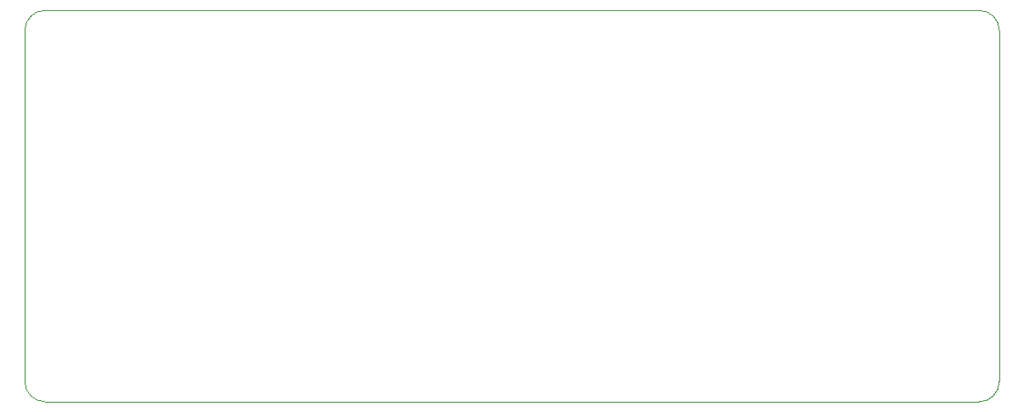
<source format=gm1>
G04 #@! TF.GenerationSoftware,KiCad,Pcbnew,7.0.10*
G04 #@! TF.CreationDate,2024-02-12T15:02:02-05:00*
G04 #@! TF.ProjectId,breakout_pcb,62726561-6b6f-4757-945f-7063622e6b69,rev?*
G04 #@! TF.SameCoordinates,Original*
G04 #@! TF.FileFunction,Profile,NP*
%FSLAX46Y46*%
G04 Gerber Fmt 4.6, Leading zero omitted, Abs format (unit mm)*
G04 Created by KiCad (PCBNEW 7.0.10) date 2024-02-12 15:02:02*
%MOMM*%
%LPD*%
G01*
G04 APERTURE LIST*
G04 #@! TA.AperFunction,Profile*
%ADD10C,0.100000*%
G04 #@! TD*
G04 APERTURE END LIST*
D10*
X96000000Y-77000000D02*
X96000000Y-42000000D01*
X98000000Y-40000000D02*
X191000000Y-40000000D01*
X98000000Y-40000000D02*
G75*
G03*
X96000000Y-42000000I0J-2000000D01*
G01*
X191000000Y-79000000D02*
X98000000Y-79000000D01*
X193000000Y-42000000D02*
X193000000Y-77000000D01*
X96000000Y-77000000D02*
G75*
G03*
X98000000Y-79000000I2000000J0D01*
G01*
X191000000Y-79000000D02*
G75*
G03*
X193000000Y-77000000I0J2000000D01*
G01*
X193000000Y-42000000D02*
G75*
G03*
X191000000Y-40000000I-2000000J0D01*
G01*
M02*

</source>
